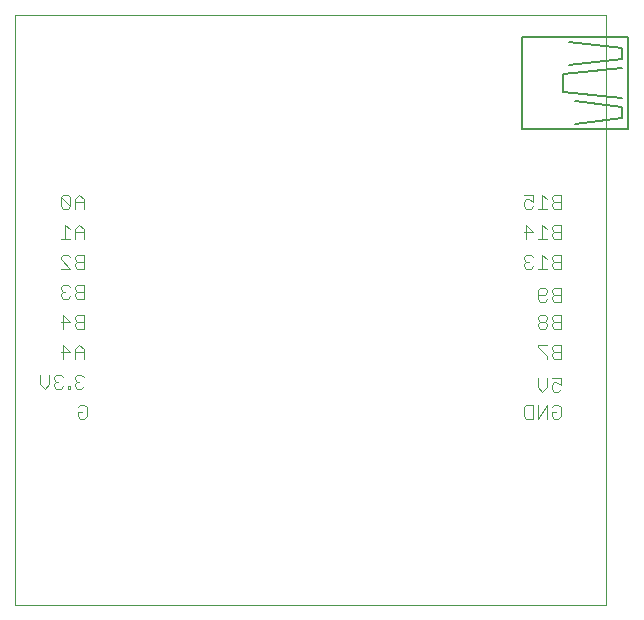
<source format=gbo>
G75*
%MOIN*%
%OFA0B0*%
%FSLAX25Y25*%
%IPPOS*%
%LPD*%
%AMOC8*
5,1,8,0,0,1.08239X$1,22.5*
%
%ADD10C,0.00000*%
%ADD11C,0.00400*%
%ADD12C,0.00500*%
D10*
X0011800Y0021800D02*
X0011800Y0218650D01*
X0208650Y0218650D01*
X0208650Y0021800D01*
X0011800Y0021800D01*
D11*
X0033298Y0084000D02*
X0032531Y0084767D01*
X0032531Y0086302D01*
X0034065Y0086302D01*
X0032531Y0087837D02*
X0033298Y0088604D01*
X0034833Y0088604D01*
X0035600Y0087837D01*
X0035600Y0084767D01*
X0034833Y0084000D01*
X0033298Y0084000D01*
X0033833Y0094000D02*
X0032298Y0094000D01*
X0031531Y0094767D01*
X0031531Y0095535D01*
X0032298Y0096302D01*
X0033065Y0096302D01*
X0032298Y0096302D02*
X0031531Y0097069D01*
X0031531Y0097837D01*
X0032298Y0098604D01*
X0033833Y0098604D01*
X0034600Y0097837D01*
X0034600Y0094767D02*
X0033833Y0094000D01*
X0029996Y0094000D02*
X0029229Y0094000D01*
X0029229Y0094767D01*
X0029996Y0094767D01*
X0029996Y0094000D01*
X0027694Y0094767D02*
X0026927Y0094000D01*
X0025392Y0094000D01*
X0024625Y0094767D01*
X0024625Y0095535D01*
X0025392Y0096302D01*
X0026159Y0096302D01*
X0025392Y0096302D02*
X0024625Y0097069D01*
X0024625Y0097837D01*
X0025392Y0098604D01*
X0026927Y0098604D01*
X0027694Y0097837D01*
X0023090Y0098604D02*
X0023090Y0095535D01*
X0021556Y0094000D01*
X0020021Y0095535D01*
X0020021Y0098604D01*
X0027694Y0104000D02*
X0027694Y0108604D01*
X0029996Y0106302D01*
X0026927Y0106302D01*
X0031531Y0106302D02*
X0034600Y0106302D01*
X0034600Y0107069D02*
X0033065Y0108604D01*
X0031531Y0107069D01*
X0031531Y0104000D01*
X0034600Y0104000D02*
X0034600Y0107069D01*
X0034600Y0114000D02*
X0032298Y0114000D01*
X0031531Y0114767D01*
X0031531Y0115535D01*
X0032298Y0116302D01*
X0034600Y0116302D01*
X0034600Y0118604D02*
X0032298Y0118604D01*
X0031531Y0117837D01*
X0031531Y0117069D01*
X0032298Y0116302D01*
X0029996Y0116302D02*
X0026927Y0116302D01*
X0027694Y0114000D02*
X0027694Y0118604D01*
X0029996Y0116302D01*
X0034600Y0114000D02*
X0034600Y0118604D01*
X0034600Y0124000D02*
X0032298Y0124000D01*
X0031531Y0124767D01*
X0031531Y0125535D01*
X0032298Y0126302D01*
X0034600Y0126302D01*
X0034600Y0128604D02*
X0032298Y0128604D01*
X0031531Y0127837D01*
X0031531Y0127069D01*
X0032298Y0126302D01*
X0029996Y0127837D02*
X0029229Y0128604D01*
X0027694Y0128604D01*
X0026927Y0127837D01*
X0026927Y0127069D01*
X0027694Y0126302D01*
X0026927Y0125535D01*
X0026927Y0124767D01*
X0027694Y0124000D01*
X0029229Y0124000D01*
X0029996Y0124767D01*
X0028461Y0126302D02*
X0027694Y0126302D01*
X0034600Y0124000D02*
X0034600Y0128604D01*
X0034600Y0134000D02*
X0032298Y0134000D01*
X0031531Y0134767D01*
X0031531Y0135535D01*
X0032298Y0136302D01*
X0034600Y0136302D01*
X0034600Y0138604D02*
X0032298Y0138604D01*
X0031531Y0137837D01*
X0031531Y0137069D01*
X0032298Y0136302D01*
X0029996Y0137837D02*
X0029229Y0138604D01*
X0027694Y0138604D01*
X0026927Y0137837D01*
X0026927Y0137069D01*
X0029996Y0134000D01*
X0026927Y0134000D01*
X0034600Y0134000D02*
X0034600Y0138604D01*
X0034600Y0144000D02*
X0034600Y0147069D01*
X0033065Y0148604D01*
X0031531Y0147069D01*
X0031531Y0144000D01*
X0029996Y0144000D02*
X0026927Y0144000D01*
X0028461Y0144000D02*
X0028461Y0148604D01*
X0029996Y0147069D01*
X0031531Y0146302D02*
X0034600Y0146302D01*
X0034600Y0154000D02*
X0034600Y0157069D01*
X0033065Y0158604D01*
X0031531Y0157069D01*
X0031531Y0154000D01*
X0029996Y0154767D02*
X0026927Y0157837D01*
X0026927Y0154767D01*
X0027694Y0154000D01*
X0029229Y0154000D01*
X0029996Y0154767D01*
X0029996Y0157837D01*
X0029229Y0158604D01*
X0027694Y0158604D01*
X0026927Y0157837D01*
X0031531Y0156302D02*
X0034600Y0156302D01*
X0181323Y0156302D02*
X0181323Y0154767D01*
X0182090Y0154000D01*
X0183625Y0154000D01*
X0184392Y0154767D01*
X0184392Y0156302D02*
X0182858Y0157069D01*
X0182090Y0157069D01*
X0181323Y0156302D01*
X0181323Y0158604D02*
X0184392Y0158604D01*
X0184392Y0156302D01*
X0185927Y0154000D02*
X0188996Y0154000D01*
X0187461Y0154000D02*
X0187461Y0158604D01*
X0188996Y0157069D01*
X0190531Y0157069D02*
X0191298Y0156302D01*
X0193600Y0156302D01*
X0193600Y0158604D02*
X0191298Y0158604D01*
X0190531Y0157837D01*
X0190531Y0157069D01*
X0191298Y0156302D02*
X0190531Y0155535D01*
X0190531Y0154767D01*
X0191298Y0154000D01*
X0193600Y0154000D01*
X0193600Y0158604D01*
X0193600Y0148604D02*
X0191298Y0148604D01*
X0190531Y0147837D01*
X0190531Y0147069D01*
X0191298Y0146302D01*
X0193600Y0146302D01*
X0193600Y0144000D02*
X0193600Y0148604D01*
X0191298Y0146302D02*
X0190531Y0145535D01*
X0190531Y0144767D01*
X0191298Y0144000D01*
X0193600Y0144000D01*
X0188996Y0144000D02*
X0185927Y0144000D01*
X0187461Y0144000D02*
X0187461Y0148604D01*
X0188996Y0147069D01*
X0184392Y0146302D02*
X0181323Y0146302D01*
X0182090Y0144000D02*
X0182090Y0148604D01*
X0184392Y0146302D01*
X0183625Y0138604D02*
X0182090Y0138604D01*
X0181323Y0137837D01*
X0181323Y0137069D01*
X0182090Y0136302D01*
X0181323Y0135535D01*
X0181323Y0134767D01*
X0182090Y0134000D01*
X0183625Y0134000D01*
X0184392Y0134767D01*
X0185927Y0134000D02*
X0188996Y0134000D01*
X0187461Y0134000D02*
X0187461Y0138604D01*
X0188996Y0137069D01*
X0190531Y0137069D02*
X0190531Y0137837D01*
X0191298Y0138604D01*
X0193600Y0138604D01*
X0193600Y0134000D01*
X0191298Y0134000D01*
X0190531Y0134767D01*
X0190531Y0135535D01*
X0191298Y0136302D01*
X0193600Y0136302D01*
X0191298Y0136302D02*
X0190531Y0137069D01*
X0184392Y0137837D02*
X0183625Y0138604D01*
X0182858Y0136302D02*
X0182090Y0136302D01*
X0186694Y0127604D02*
X0188229Y0127604D01*
X0188996Y0126837D01*
X0188996Y0126069D01*
X0188229Y0125302D01*
X0185927Y0125302D01*
X0185927Y0123767D02*
X0185927Y0126837D01*
X0186694Y0127604D01*
X0185927Y0123767D02*
X0186694Y0123000D01*
X0188229Y0123000D01*
X0188996Y0123767D01*
X0190531Y0123767D02*
X0190531Y0124535D01*
X0191298Y0125302D01*
X0193600Y0125302D01*
X0193600Y0127604D02*
X0191298Y0127604D01*
X0190531Y0126837D01*
X0190531Y0126069D01*
X0191298Y0125302D01*
X0190531Y0123767D02*
X0191298Y0123000D01*
X0193600Y0123000D01*
X0193600Y0127604D01*
X0193600Y0118604D02*
X0191298Y0118604D01*
X0190531Y0117837D01*
X0190531Y0117069D01*
X0191298Y0116302D01*
X0193600Y0116302D01*
X0193600Y0114000D02*
X0193600Y0118604D01*
X0191298Y0116302D02*
X0190531Y0115535D01*
X0190531Y0114767D01*
X0191298Y0114000D01*
X0193600Y0114000D01*
X0188996Y0114767D02*
X0188229Y0114000D01*
X0186694Y0114000D01*
X0185927Y0114767D01*
X0185927Y0115535D01*
X0186694Y0116302D01*
X0188229Y0116302D01*
X0188996Y0117069D01*
X0188996Y0117837D01*
X0188229Y0118604D01*
X0186694Y0118604D01*
X0185927Y0117837D01*
X0185927Y0117069D01*
X0186694Y0116302D01*
X0188229Y0116302D02*
X0188996Y0115535D01*
X0188996Y0114767D01*
X0188996Y0108604D02*
X0185927Y0108604D01*
X0185927Y0107837D01*
X0188996Y0104767D01*
X0188996Y0104000D01*
X0190531Y0104767D02*
X0190531Y0105535D01*
X0191298Y0106302D01*
X0193600Y0106302D01*
X0193600Y0108604D02*
X0191298Y0108604D01*
X0190531Y0107837D01*
X0190531Y0107069D01*
X0191298Y0106302D01*
X0190531Y0104767D02*
X0191298Y0104000D01*
X0193600Y0104000D01*
X0193600Y0108604D01*
X0193600Y0097604D02*
X0190531Y0097604D01*
X0188996Y0097604D02*
X0188996Y0094535D01*
X0187461Y0093000D01*
X0185927Y0094535D01*
X0185927Y0097604D01*
X0190531Y0095302D02*
X0190531Y0093767D01*
X0191298Y0093000D01*
X0192833Y0093000D01*
X0193600Y0093767D01*
X0193600Y0095302D02*
X0192065Y0096069D01*
X0191298Y0096069D01*
X0190531Y0095302D01*
X0193600Y0095302D02*
X0193600Y0097604D01*
X0192833Y0088604D02*
X0191298Y0088604D01*
X0190531Y0087837D01*
X0190531Y0086302D02*
X0192065Y0086302D01*
X0190531Y0086302D02*
X0190531Y0084767D01*
X0191298Y0084000D01*
X0192833Y0084000D01*
X0193600Y0084767D01*
X0193600Y0087837D01*
X0192833Y0088604D01*
X0188996Y0088604D02*
X0188996Y0084000D01*
X0185927Y0084000D02*
X0185927Y0088604D01*
X0184392Y0088604D02*
X0182090Y0088604D01*
X0181323Y0087837D01*
X0181323Y0084767D01*
X0182090Y0084000D01*
X0184392Y0084000D01*
X0184392Y0088604D01*
X0188996Y0088604D02*
X0185927Y0084000D01*
D12*
X0180556Y0180540D02*
X0215989Y0180540D01*
X0215989Y0211249D01*
X0180556Y0211249D01*
X0180556Y0180540D01*
X0194335Y0192942D02*
X0194335Y0198847D01*
X0214020Y0200816D01*
X0214020Y0203769D02*
X0196304Y0201800D01*
X0196304Y0209674D02*
X0214020Y0207706D01*
X0214020Y0203769D01*
X0214020Y0190973D02*
X0194335Y0192942D01*
X0198272Y0189989D02*
X0214020Y0188020D01*
X0214020Y0184083D01*
X0198272Y0182115D01*
M02*

</source>
